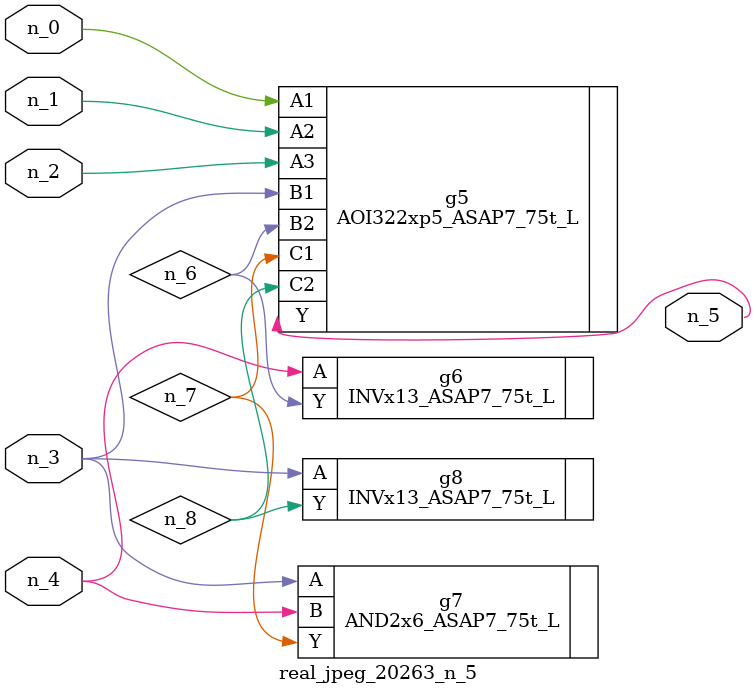
<source format=v>
module real_jpeg_20263_n_5 (n_4, n_0, n_1, n_2, n_3, n_5);

input n_4;
input n_0;
input n_1;
input n_2;
input n_3;

output n_5;

wire n_8;
wire n_6;
wire n_7;

AOI322xp5_ASAP7_75t_L g5 ( 
.A1(n_0),
.A2(n_1),
.A3(n_2),
.B1(n_3),
.B2(n_6),
.C1(n_7),
.C2(n_8),
.Y(n_5)
);

AND2x6_ASAP7_75t_L g7 ( 
.A(n_3),
.B(n_4),
.Y(n_7)
);

INVx13_ASAP7_75t_L g8 ( 
.A(n_3),
.Y(n_8)
);

INVx13_ASAP7_75t_L g6 ( 
.A(n_4),
.Y(n_6)
);


endmodule
</source>
